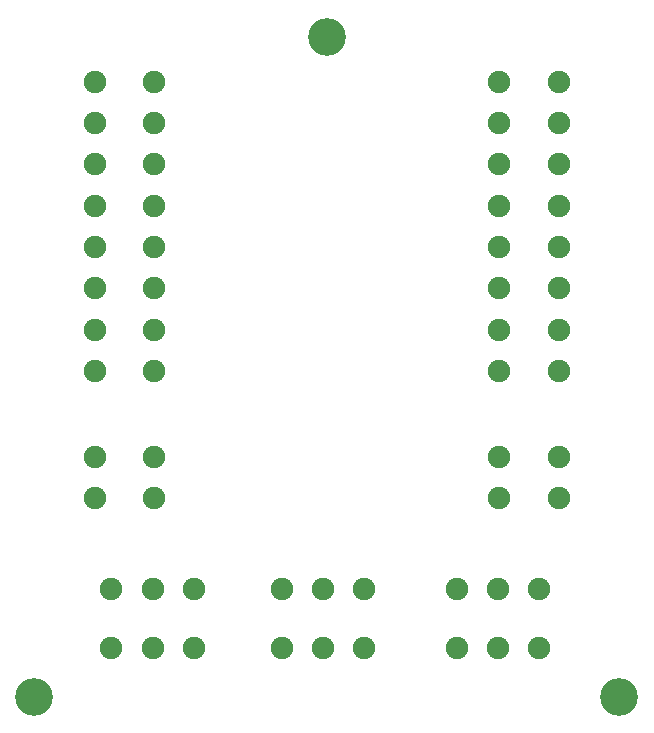
<source format=gbs>
G04 #@! TF.GenerationSoftware,KiCad,Pcbnew,8.0.6*
G04 #@! TF.CreationDate,2024-11-26T19:15:12-08:00*
G04 #@! TF.ProjectId,Constellation STAR UAF V1.0,436f6e73-7465-46c6-9c61-74696f6e2053,rev?*
G04 #@! TF.SameCoordinates,Original*
G04 #@! TF.FileFunction,Soldermask,Bot*
G04 #@! TF.FilePolarity,Negative*
%FSLAX46Y46*%
G04 Gerber Fmt 4.6, Leading zero omitted, Abs format (unit mm)*
G04 Created by KiCad (PCBNEW 8.0.6) date 2024-11-26 19:15:12*
%MOMM*%
%LPD*%
G01*
G04 APERTURE LIST*
%ADD10C,3.200000*%
%ADD11C,1.900000*%
G04 APERTURE END LIST*
D10*
X78740000Y-85090000D03*
X29210000Y-85090000D03*
X53975000Y-29210000D03*
D11*
X68580000Y-64770000D03*
X73580000Y-64770000D03*
X68580000Y-68270000D03*
X73580000Y-68270000D03*
X71950000Y-75950000D03*
X71950000Y-80950000D03*
X68450000Y-75950000D03*
X68450000Y-80950000D03*
X64949999Y-75950000D03*
X64949999Y-80950000D03*
X39370000Y-57520005D03*
X34370000Y-57520005D03*
X39370000Y-54020005D03*
X34370001Y-54020004D03*
X39370000Y-50520003D03*
X34370000Y-50520003D03*
X39370000Y-47020002D03*
X34370000Y-47020002D03*
X39370000Y-43520002D03*
X34370000Y-43520002D03*
X39370000Y-40020002D03*
X34370000Y-40020002D03*
X39370000Y-36520001D03*
X34370000Y-36520001D03*
X39370000Y-33020000D03*
X34370000Y-33020000D03*
X39370000Y-68270000D03*
X34370000Y-68270000D03*
X39370000Y-64770000D03*
X34370000Y-64770000D03*
X42729209Y-75950000D03*
X42729209Y-80950000D03*
X39229209Y-75950000D03*
X39229209Y-80950000D03*
X35729208Y-75950000D03*
X35729208Y-80950000D03*
X57125000Y-75950000D03*
X57125000Y-80950000D03*
X53625000Y-75950000D03*
X53625000Y-80950000D03*
X50124999Y-75950000D03*
X50124999Y-80950000D03*
X68580000Y-33020000D03*
X73580000Y-33020000D03*
X68580000Y-36520000D03*
X73579999Y-36520001D03*
X68580000Y-40020002D03*
X73580000Y-40020002D03*
X68580000Y-43520003D03*
X73580000Y-43520003D03*
X68580000Y-47020003D03*
X73580000Y-47020003D03*
X68580000Y-50520003D03*
X73580000Y-50520003D03*
X68580000Y-54020004D03*
X73580000Y-54020004D03*
X68580000Y-57520005D03*
X73580000Y-57520005D03*
M02*

</source>
